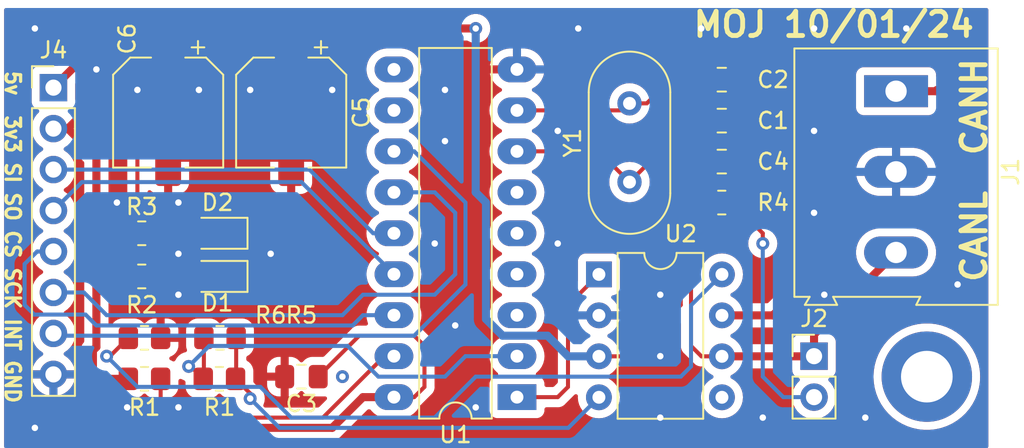
<source format=kicad_pcb>
(kicad_pcb (version 20221018) (generator pcbnew)
  (layers (0 "F.Cu" signal) (31 "B.Cu" signal) (34 "B.Paste" user) (35 "F.Paste" user) (36 "B.SilkS" user "B.Silkscreen") (37 "F.SilkS" user "F.Silkscreen") (38 "B.Mask" user) (39 "F.Mask" user) (44 "Edge.Cuts" user))
  (net 0 "")
  (net 1 "Net-(U1-OSC2)")
  (net 2 "GND")
  (net 3 "Net-(U1-OSC1)")
  (net 4 "VCC")
  (net 5 "VCCQ")
  (net 6 "Net-(D1-A)")
  (net 7 "Net-(D2-A)")
  (net 8 "Net-(J1-Pin_1)")
  (net 9 "Net-(J1-Pin_3)")
  (net 10 "Net-(J2-Pin_2)")
  (net 11 "Net-(J4-Pin_3)")
  (net 12 "Net-(J4-Pin_4)")
  (net 13 "Net-(J4-Pin_5)")
  (net 14 "Net-(J4-Pin_6)")
  (net 15 "/{slash}INT")
  (net 16 "Net-(U1-RXCAN)")
  (net 17 "Net-(U2-RXD)")
  (net 18 "Net-(U1-~{RESET})")
  (net 19 "Net-(U2-Rs)")
  (net 20 "Net-(U1-TXCAN)")
  (footprint "Connector_PinHeader_2.54mm:PinHeader_1x02_P2.54mm_Vertical" (layer "F.Cu") (at 161.925 111.76)
    (fp_text reference "J2" (at 0 -2.33) (layer "F.SilkS"))
    (fp_text value "Term")
    (fp_line (start -1.33 -1.33) (end 0 -1.33) (stroke (width 0.12)) (layer "F.SilkS"))
    (fp_line (start -1.33 0) (end -1.33 -1.33) (stroke (width 0.12)) (layer "F.SilkS"))
    (fp_line (start -1.33 1.27) (end -1.33 3.87) (stroke (width 0.12)) (layer "F.SilkS"))
    (fp_line (start -1.33 1.27) (end 1.33 1.27) (stroke (width 0.12)) (layer "F.SilkS"))
    (fp_line (start -1.33 3.87) (end 1.33 3.87) (stroke (width 0.12)) (layer "F.SilkS"))
    (fp_line (start 1.33 1.27) (end 1.33 3.87) (stroke (width 0.12)) (layer "F.SilkS"))
    (pad "1" thru_hole rect (at 0 0) (size 1.7 1.7) (drill 1) (layers "*.Cu" "*.Mask") (net 9 "Net-(J1-Pin_3)"))
    (pad "2" thru_hole oval (at 0 2.54) (size 1.7 1.7) (drill 1) (layers "*.Cu" "*.Mask") (net 10 "Net-(J2-Pin_2)"))
  )
  (footprint "Capacitor_SMD:C_0805_2012Metric_Pad1.18x1.45mm_HandSolder" (layer "F.Cu") (at 130.175 113.03 180)
    (fp_text reference "C3" (at 0 -1.68) (layer "F.SilkS"))
    (fp_text value "100n")
    (fp_line (start -0.261252 -0.735) (end 0.261252 -0.735) (stroke (width 0.12)) (layer "F.SilkS"))
    (fp_line (start -0.261252 0.735) (end 0.261252 0.735) (stroke (width 0.12)) (layer "F.SilkS"))
    (pad "1" smd roundrect (at -1.0375 0 180) (size 1.175 1.45) (layers "F.Cu" "F.Paste" "F.Mask") (roundrect_rratio 0.2127659574) (net 4 "VCC"))
    (pad "2" smd roundrect (at 1.0375 0 180) (size 1.175 1.45) (layers "F.Cu" "F.Paste" "F.Mask") (roundrect_rratio 0.2127659574) (net 2 "GND"))
  )
  (footprint "Resistor_SMD:R_0805_2012Metric_Pad1.20x1.40mm_HandSolder" (layer "F.Cu") (at 156.21 102.235)
    (fp_text reference "R4" (at 3.175 0) (layer "F.SilkS"))
    (fp_text value "120" hide)
    (fp_line (start -0.227064 -0.735) (end 0.227064 -0.735) (stroke (width 0.12)) (layer "F.SilkS"))
    (fp_line (start -0.227064 0.735) (end 0.227064 0.735) (stroke (width 0.12)) (layer "F.SilkS"))
    (pad "1" smd roundrect (at -1 0) (size 1.2 1.4) (layers "F.Cu" "F.Paste" "F.Mask") (roundrect_rratio 0.2083333333) (net 9 "Net-(J1-Pin_3)"))
    (pad "2" smd roundrect (at 1 0) (size 1.2 1.4) (layers "F.Cu" "F.Paste" "F.Mask") (roundrect_rratio 0.2083333333) (net 10 "Net-(J2-Pin_2)"))
  )
  (footprint "Crystal:Crystal_HC49-U_Vertical" (layer "F.Cu") (at 150.495 100.965 90)
    (fp_text reference "Y1" (at 2.44 -3.525 90) (layer "F.SilkS"))
    (fp_text value "20MHz")
    (fp_line (start -0.685 -2.525) (end 5.565 -2.525) (stroke (width 0.12)) (layer "F.SilkS"))
    (fp_line (start -0.685 2.525) (end 5.565 2.525) (stroke (width 0.12)) (layer "F.SilkS"))
    (fp_arc (start -0.685 2.525) (mid -3.21 0) (end -0.685 -2.525) (stroke (width 0.12)) (layer "F.SilkS"))
    (fp_arc (start 5.565 -2.525) (mid 8.09 0) (end 5.565 2.525) (stroke (width 0.12)) (layer "F.SilkS"))
    (pad "1" thru_hole circle (at 0 0 90) (size 1.5 1.5) (drill 0.8) (layers "*.Cu" "*.Mask") (net 1 "Net-(U1-OSC2)"))
    (pad "2" thru_hole circle (at 4.88 0 90) (size 1.5 1.5) (drill 0.8) (layers "*.Cu" "*.Mask") (net 3 "Net-(U1-OSC1)"))
  )
  (footprint "Resistor_SMD:R_0805_2012Metric_Pad1.20x1.40mm_HandSolder" (layer "F.Cu") (at 125.095 113.165)
    (fp_text reference "R1" (at 0 1.77) (layer "F.SilkS"))
    (fp_text value "R" hide)
    (fp_line (start -0.227064 -0.735) (end 0.227064 -0.735) (stroke (width 0.12)) (layer "F.SilkS"))
    (fp_line (start -0.227064 0.735) (end 0.227064 0.735) (stroke (width 0.12)) (layer "F.SilkS"))
    (pad "1" smd roundrect (at -1 0) (size 1.2 1.4) (layers "F.Cu" "F.Paste" "F.Mask") (roundrect_rratio 0.2083333333) (net 16 "Net-(U1-RXCAN)"))
    (pad "2" smd roundrect (at 1 0) (size 1.2 1.4) (layers "F.Cu" "F.Paste" "F.Mask") (roundrect_rratio 0.2083333333) (net 17 "Net-(U2-RXD)"))
  )
  (footprint "Package_DIP:DIP-8_W7.62mm" (layer "F.Cu") (at 148.6 106.69)
    (fp_text reference "U2" (at 5.07 -2.515) (layer "F.SilkS"))
    (fp_text value "MCP2551")
    (fp_line (start 1.16 -1.33) (end 1.16 8.95) (stroke (width 0.12)) (layer "F.SilkS"))
    (fp_line (start 1.16 8.95) (end 6.46 8.95) (stroke (width 0.12)) (layer "F.SilkS"))
    (fp_line (start 2.81 -1.33) (end 1.16 -1.33) (stroke (width 0.12)) (layer "F.SilkS"))
    (fp_line (start 6.46 -1.33) (end 4.81 -1.33) (stroke (width 0.12)) (layer "F.SilkS"))
    (fp_line (start 6.46 8.95) (end 6.46 -1.33) (stroke (width 0.12)) (layer "F.SilkS"))
    (fp_arc (start 4.81 -1.33) (mid 3.81 -0.33) (end 2.81 -1.33) (stroke (width 0.12)) (layer "F.SilkS"))
    (pad "1" thru_hole rect (at 0 0) (size 1.6 1.6) (drill 0.8) (layers "*.Cu" "*.Mask") (net 20 "Net-(U1-TXCAN)"))
    (pad "2" thru_hole oval (at 0 2.54) (size 1.6 1.6) (drill 0.8) (layers "*.Cu" "*.Mask") (net 2 "GND"))
    (pad "3" thru_hole oval (at 0 5.08) (size 1.6 1.6) (drill 0.8) (layers "*.Cu" "*.Mask") (net 5 "VCCQ"))
    (pad "4" thru_hole oval (at 0 7.62) (size 1.6 1.6) (drill 0.8) (layers "*.Cu" "*.Mask") (net 17 "Net-(U2-RXD)"))
    (pad "5" thru_hole oval (at 7.62 7.62) (size 1.6 1.6) (drill 0.8) (layers "*.Cu" "*.Mask"))
    (pad "6" thru_hole oval (at 7.62 5.08) (size 1.6 1.6) (drill 0.8) (layers "*.Cu" "*.Mask") (net 9 "Net-(J1-Pin_3)"))
    (pad "7" thru_hole oval (at 7.62 2.54) (size 1.6 1.6) (drill 0.8) (layers "*.Cu" "*.Mask") (net 8 "Net-(J1-Pin_1)"))
    (pad "8" thru_hole oval (at 7.62 0) (size 1.6 1.6) (drill 0.8) (layers "*.Cu" "*.Mask") (net 19 "Net-(U2-Rs)"))
  )
  (footprint "Resistor_SMD:R_0805_2012Metric_Pad1.20x1.40mm_HandSolder" (layer "F.Cu") (at 120.285 104.14)
    (fp_text reference "R3" (at 0 -1.65) (layer "F.SilkS"))
    (fp_text value "1k2" hide)
    (fp_line (start -0.227064 -0.735) (end 0.227064 -0.735) (stroke (width 0.12)) (layer "F.SilkS"))
    (fp_line (start -0.227064 0.735) (end 0.227064 0.735) (stroke (width 0.12)) (layer "F.SilkS"))
    (pad "1" smd roundrect (at -1 0) (size 1.2 1.4) (layers "F.Cu" "F.Paste" "F.Mask") (roundrect_rratio 0.2083333333) (net 5 "VCCQ"))
    (pad "2" smd roundrect (at 1 0) (size 1.2 1.4) (layers "F.Cu" "F.Paste" "F.Mask") (roundrect_rratio 0.2083333333) (net 7 "Net-(D2-A)"))
  )
  (footprint "Capacitor_SMD:C_0805_2012Metric_Pad1.18x1.45mm_HandSolder" (layer "F.Cu") (at 156.21 99.695)
    (fp_text reference "C4" (at 3.175 0) (layer "F.SilkS"))
    (fp_text value "100n" hide)
    (fp_line (start -0.261252 -0.735) (end 0.261252 -0.735) (stroke (width 0.12)) (layer "F.SilkS"))
    (fp_line (start -0.261252 0.735) (end 0.261252 0.735) (stroke (width 0.12)) (layer "F.SilkS"))
    (pad "1" smd roundrect (at -1.0375 0) (size 1.175 1.45) (layers "F.Cu" "F.Paste" "F.Mask") (roundrect_rratio 0.2127659574) (net 5 "VCCQ"))
    (pad "2" smd roundrect (at 1.0375 0) (size 1.175 1.45) (layers "F.Cu" "F.Paste" "F.Mask") (roundrect_rratio 0.2127659574) (net 2 "GND"))
  )
  (footprint "Resistor_SMD:R_0805_2012Metric_Pad1.20x1.40mm_HandSolder" (layer "F.Cu") (at 120.455 110.625)
    (fp_text reference "R6" (at 7.815 -1.405) (layer "F.SilkS"))
    (fp_text value "100" hide)
    (fp_line (start -0.227064 -0.735) (end 0.227064 -0.735) (stroke (width 0.12)) (layer "F.SilkS"))
    (fp_line (start -0.227064 0.735) (end 0.227064 0.735) (stroke (width 0.12)) (layer "F.SilkS"))
    (pad "1" smd roundrect (at -1 0) (size 1.2 1.4) (layers "F.Cu" "F.Paste" "F.Mask") (roundrect_rratio 0.2083333333) (net 19 "Net-(U2-Rs)"))
    (pad "2" smd roundrect (at 1 0) (size 1.2 1.4) (layers "F.Cu" "F.Paste" "F.Mask") (roundrect_rratio 0.2083333333) (net 2 "GND"))
  )
  (footprint "Resistor_SMD:R_0805_2012Metric_Pad1.20x1.40mm_HandSolder" (layer "F.Cu") (at 120.285 106.815)
    (fp_text reference "R2" (at 0 1.77) (layer "F.SilkS"))
    (fp_text value "820" hide)
    (fp_line (start -0.227064 -0.735) (end 0.227064 -0.735) (stroke (width 0.12)) (layer "F.SilkS"))
    (fp_line (start -0.227064 0.735) (end 0.227064 0.735) (stroke (width 0.12)) (layer "F.SilkS"))
    (pad "1" smd roundrect (at -1 0) (size 1.2 1.4) (layers "F.Cu" "F.Paste" "F.Mask") (roundrect_rratio 0.2083333333) (net 4 "VCC"))
    (pad "2" smd roundrect (at 1 0) (size 1.2 1.4) (layers "F.Cu" "F.Paste" "F.Mask") (roundrect_rratio 0.2083333333) (net 6 "Net-(D1-A)"))
  )
  (footprint "MountingHole:MountingHole_3.2mm_M3_DIN965_Pad" (layer "F.Cu") (at 168.91 113.03)
    (fp_text reference "REF**" hide)
    (fp_text value "MountingHole_3.2mm_M3_DIN965_Pad" hide)
    (pad "1" thru_hole circle (at 0 0) (size 5.6 5.6) (drill 3.2) (layers "*.Cu" "*.Mask"))
  )
  (footprint "Capacitor_SMD:CP_Elec_6.3x5.4" (layer "F.Cu") (at 129.54 96.655 -90)
    (fp_text reference "C5" (at 0 -4.35 90) (layer "F.SilkS"))
    (fp_text value "47u")
    (fp_line (start -4.4375 -1.8475) (end -3.65 -1.8475) (stroke (width 0.12)) (layer "F.SilkS"))
    (fp_line (start -4.04375 -2.24125) (end -4.04375 -1.45375) (stroke (width 0.12)) (layer "F.SilkS"))
    (fp_line (start -3.41 -2.345563) (end -3.41 -1.06) (stroke (width 0.12)) (layer "F.SilkS"))
    (fp_line (start -3.41 -2.345563) (end -2.345563 -3.41) (stroke (width 0.12)) (layer "F.SilkS"))
    (fp_line (start -3.41 2.345563) (end -3.41 1.06) (stroke (width 0.12)) (layer "F.SilkS"))
    (fp_line (start -3.41 2.345563) (end -2.345563 3.41) (stroke (width 0.12)) (layer "F.SilkS"))
    (fp_line (start -2.345563 -3.41) (end 3.41 -3.41) (stroke (width 0.12)) (layer "F.SilkS"))
    (fp_line (start -2.345563 3.41) (end 3.41 3.41) (stroke (width 0.12)) (layer "F.SilkS"))
    (fp_line (start 3.41 -3.41) (end 3.41 -1.06) (stroke (width 0.12)) (layer "F.SilkS"))
    (fp_line (start 3.41 3.41) (end 3.41 1.06) (stroke (width 0.12)) (layer "F.SilkS"))
    (pad "1" smd roundrect (at -2.8 0 270) (size 3.5 1.6) (layers "F.Cu" "F.Paste" "F.Mask") (roundrect_rratio 0.15625) (net 5 "VCCQ"))
    (pad "2" smd roundrect (at 2.8 0 270) (size 3.5 1.6) (layers "F.Cu" "F.Paste" "F.Mask") (roundrect_rratio 0.15625) (net 2 "GND"))
  )
  (footprint "LED_SMD:LED_0805_2012Metric_Pad1.15x1.40mm_HandSolder" (layer "F.Cu") (at 124.975 106.815 180)
    (fp_text reference "D1" (at 0 -1.65) (layer "F.SilkS"))
    (fp_text value "LED")
    (fp_line (start -1.86 -0.96) (end -1.86 0.96) (stroke (width 0.12)) (layer "F.SilkS"))
    (fp_line (start -1.86 0.96) (end 1 0.96) (stroke (width 0.12)) (layer "F.SilkS"))
    (fp_line (start 1 -0.96) (end -1.86 -0.96) (stroke (width 0.12)) (layer "F.SilkS"))
    (pad "1" smd roundrect (at -1.025 0 180) (size 1.15 1.4) (layers "F.Cu" "F.Paste" "F.Mask") (roundrect_rratio 0.2173913043) (net 2 "GND"))
    (pad "2" smd roundrect (at 1.025 0 180) (size 1.15 1.4) (layers "F.Cu" "F.Paste" "F.Mask") (roundrect_rratio 0.2173913043) (net 6 "Net-(D1-A)"))
  )
  (footprint "Capacitor_SMD:C_0805_2012Metric_Pad1.18x1.45mm_HandSolder" (layer "F.Cu") (at 156.21 94.615)
    (fp_text reference "C2" (at 3.175 0) (layer "F.SilkS"))
    (fp_text value "15p" hide)
    (fp_line (start -0.261252 -0.735) (end 0.261252 -0.735) (stroke (width 0.12)) (layer "F.SilkS"))
    (fp_line (start -0.261252 0.735) (end 0.261252 0.735) (stroke (width 0.12)) (layer "F.SilkS"))
    (pad "1" smd roundrect (at -1.0375 0) (size 1.175 1.45) (layers "F.Cu" "F.Paste" "F.Mask") (roundrect_rratio 0.2127659574) (net 3 "Net-(U1-OSC1)"))
    (pad "2" smd roundrect (at 1.0375 0) (size 1.175 1.45) (layers "F.Cu" "F.Paste" "F.Mask") (roundrect_rratio 0.2127659574) (net 2 "GND"))
  )
  (footprint "Resistor_SMD:R_0805_2012Metric_Pad1.20x1.40mm_HandSolder" (layer "F.Cu") (at 125.1325 110.625)
    (fp_text reference "R5" (at 5.0425 -1.405) (layer "F.SilkS"))
    (fp_text value "1k5")
    (fp_line (start -0.227064 -0.735) (end 0.227064 -0.735) (stroke (width 0.12)) (layer "F.SilkS"))
    (fp_line (start -0.227064 0.735) (end 0.227064 0.735) (stroke (width 0.12)) (layer "F.SilkS"))
    (pad "1" smd roundrect (at -1 0) (size 1.2 1.4) (layers "F.Cu" "F.Paste" "F.Mask") (roundrect_rratio 0.2083333333) (net 16 "Net-(U1-RXCAN)"))
    (pad "2" smd roundrect (at 1 0) (size 1.2 1.4) (layers "F.Cu" "F.Paste" "F.Mask") (roundrect_rratio 0.2083333333) (net 17 "Net-(U2-RXD)"))
  )
  (footprint "LED_SMD:LED_0805_2012Metric_Pad1.15x1.40mm_HandSolder" (layer "F.Cu") (at 124.975 104.14 180)
    (fp_text reference "D2" (at 0 1.905) (layer "F.SilkS"))
    (fp_text value "LED" hide)
    (fp_line (start -1.86 -0.96) (end -1.86 0.96) (stroke (width 0.12)) (layer "F.SilkS"))
    (fp_line (start -1.86 0.96) (end 1 0.96) (stroke (width 0.12)) (layer "F.SilkS"))
    (fp_line (start 1 -0.96) (end -1.86 -0.96) (stroke (width 0.12)) (layer "F.SilkS"))
    (pad "1" smd roundrect (at -1.025 0 180) (size 1.15 1.4) (layers "F.Cu" "F.Paste" "F.Mask") (roundrect_rratio 0.2173913043) (net 2 "GND"))
    (pad "2" smd roundrect (at 1.025 0 180) (size 1.15 1.4) (layers "F.Cu" "F.Paste" "F.Mask") (roundrect_rratio 0.2173913043) (net 7 "Net-(D2-A)"))
  )
  (footprint "Package_DIP:DIP-18_W7.62mm_LongPads" (layer "F.Cu") (at 143.525 114.3 180)
    (fp_text reference "U1" (at 3.81 -2.33 180) (layer "F.SilkS"))
    (fp_text value "MCP2515")
    (fp_line (start 1.56 -1.33) (end 1.56 21.65) (stroke (width 0.12)) (layer "F.SilkS"))
    (fp_line (start 1.56 21.65) (end 6.06 21.65) (stroke (width 0.12)) (layer "F.SilkS"))
    (fp_line (start 2.81 -1.33) (end 1.56 -1.33) (stroke (width 0.12)) (layer "F.SilkS"))
    (fp_line (start 6.06 -1.33) (end 4.81 -1.33) (stroke (width 0.12)) (layer "F.SilkS"))
    (fp_line (start 6.06 21.65) (end 6.06 -1.33) (stroke (width 0.12)) (layer "F.SilkS"))
    (fp_arc (start 4.81 -1.33) (mid 3.81 -0.33) (end 2.81 -1.33) (stroke (width 0.12)) (layer "F.SilkS"))
    (pad "1" thru_hole rect (at 0 0 180) (size 2.4 1.6) (drill 0.8) (layers "*.Cu" "*.Mask") (net 20 "Net-(U1-TXCAN)"))
    (pad "2" thru_hole oval (at 0 2.54 180) (size 2.4 1.6) (drill 0.8) (layers "*.Cu" "*.Mask") (net 16 "Net-(U1-RXCAN)"))
    (pad "3" thru_hole oval (at 0 5.08 180) (size 2.4 1.6) (drill 0.8) (layers "*.Cu" "*.Mask"))
    (pad "4" thru_hole oval (at 0 7.62 180) (size 2.4 1.6) (drill 0.8) (layers "*.Cu" "*.Mask"))
    (pad "5" thru_hole oval (at 0 10.16 180) (size 2.4 1.6) (drill 0.8) (layers "*.Cu" "*.Mask"))
    (pad "6" thru_hole oval (at 0 12.7 180) (size 2.4 1.6) (drill 0.8) (layers "*.Cu" "*.Mask"))
    (pad "7" thru_hole oval (at 0 15.24 180) (size 2.4 1.6) (drill 0.8) (layers "*.Cu" "*.Mask") (net 1 "Net-(U1-OSC2)"))
    (pad "8" thru_hole oval (at 0 17.78 180) (size 2.4 1.6) (drill 0.8) (layers "*.Cu" "*.Mask") (net 3 "Net-(U1-OSC1)"))
    (pad "9" thru_hole oval (at 0 20.32 180) (size 2.4 1.6) (drill 0.8) (layers "*.Cu" "*.Mask") (net 2 "GND"))
    (pad "10" thru_hole oval (at 7.62 20.32 180) (size 2.4 1.6) (drill 0.8) (layers "*.Cu" "*.Mask"))
    (pad "11" thru_hole oval (at 7.62 17.78 180) (size 2.4 1.6) (drill 0.8) (layers "*.Cu" "*.Mask"))
    (pad "12" thru_hole oval (at 7.62 15.24 180) (size 2.4 1.6) (drill 0.8) (layers "*.Cu" "*.Mask") (net 15 "/{slash}INT"))
    (pad "13" thru_hole oval (at 7.62 12.7 180) (size 2.4 1.6) (drill 0.8) (layers "*.Cu" "*.Mask") (net 14 "Net-(J4-Pin_6)"))
    (pad "14" thru_hole oval (at 7.62 10.16 180) (size 2.4 1.6) (drill 0.8) (layers "*.Cu" "*.Mask") (net 11 "Net-(J4-Pin_3)"))
    (pad "15" thru_hole oval (at 7.62 7.62 180) (size 2.4 1.6) (drill 0.8) (layers "*.Cu" "*.Mask") (net 12 "Net-(J4-Pin_4)"))
    (pad "16" thru_hole oval (at 7.62 5.08 180) (size 2.4 1.6) (drill 0.8) (layers "*.Cu" "*.Mask") (net 13 "Net-(J4-Pin_5)"))
    (pad "17" thru_hole oval (at 7.62 2.54 180) (size 2.4 1.6) (drill 0.8) (layers "*.Cu" "*.Mask") (net 18 "Net-(U1-~{RESET})"))
    (pad "18" thru_hole oval (at 7.62 0 180) (size 2.4 1.6) (drill 0.8) (layers "*.Cu" "*.Mask") (net 4 "VCC"))
  )
  (footprint "Capacitor_SMD:C_0805_2012Metric_Pad1.18x1.45mm_HandSolder" (layer "F.Cu") (at 156.21 97.155)
    (fp_text reference "C1" (at 3.175 0) (layer "F.SilkS"))
    (fp_text value "15p" hide)
    (fp_line (start -0.261252 -0.735) (end 0.261252 -0.735) (stroke (width 0.12)) (layer "F.SilkS"))
    (fp_line (start -0.261252 0.735) (end 0.261252 0.735) (stroke (width 0.12)) (layer "F.SilkS"))
    (pad "1" smd roundrect (at -1.0375 0) (size 1.175 1.45) (layers "F.Cu" "F.Paste" "F.Mask") (roundrect_rratio 0.2127659574) (net 1 "Net-(U1-OSC2)"))
    (pad "2" smd roundrect (at 1.0375 0) (size 1.175 1.45) (layers "F.Cu" "F.Paste" "F.Mask") (roundrect_rratio 0.2127659574) (net 2 "GND"))
  )
  (footprint "Resistor_SMD:R_0805_2012Metric_Pad1.20x1.40mm_HandSolder" (layer "F.Cu") (at 120.455 113.165)
    (fp_text reference "R1" (at 0 1.77) (layer "F.SilkS"))
    (fp_text value "10k" hide)
    (fp_line (start -0.227064 -0.735) (end 0.227064 -0.735) (stroke (width 0.12)) (layer "F.SilkS"))
    (fp_line (start -0.227064 0.735) (end 0.227064 0.735) (stroke (width 0.12)) (layer "F.SilkS"))
    (pad "1" smd roundrect (at -1 0) (size 1.2 1.4) (layers "F.Cu" "F.Paste" "F.Mask") (roundrect_rratio 0.2083333333) (net 4 "VCC"))
    (pad "2" smd roundrect (at 1 0) (size 1.2 1.4) (layers "F.Cu" "F.Paste" "F.Mask") (roundrect_rratio 0.2083333333) (net 18 "Net-(U1-~{RESET})"))
  )
  (footprint "TerminalBlock:TerminalBlock_Altech_AK300-3_P5.00mm" (layer "F.Cu") (at 167.005 95.33 -90)
    (fp_text reference "J1" (at 5 -7.1 90) (layer "F.SilkS"))
    (fp_text value "Screw_Terminal_01x03" hide)
    (fp_line (start -2.65 -6.3) (end -2.65 6.3) (stroke (width 0.12)) (layer "F.SilkS"))
    (fp_line (start -2.65 6.3) (end 12.75 6.3) (stroke (width 0.12)) (layer "F.SilkS"))
    (fp_line (start 12.75 -1.5) (end 13.25 -1.25) (stroke (width 0.12)) (layer "F.SilkS"))
    (fp_line (start 12.75 3.9) (end 12.75 -1.5) (stroke (width 0.12)) (layer "F.SilkS"))
    (fp_line (start 12.75 5.35) (end 13.25 5.65) (stroke (width 0.12)) (layer "F.SilkS"))
    (fp_line (start 12.75 6.3) (end 12.75 5.35) (stroke (width 0.12)) (layer "F.SilkS"))
    (fp_line (start 13.25 -6.3) (end -2.65 -6.3) (stroke (width 0.12)) (layer "F.SilkS"))
    (fp_line (start 13.25 -1.25) (end 13.25 -6.3) (stroke (width 0.12)) (layer "F.SilkS"))
    (fp_line (start 13.25 3.65) (end 12.75 3.9) (stroke (width 0.12)) (layer "F.SilkS"))
    (fp_line (start 13.25 5.65) (end 13.25 3.65) (stroke (width 0.12)) (layer "F.SilkS"))
    (pad "1" thru_hole rect (at 0 0 270) (size 1.98 3.96) (drill 1.32) (layers "*.Cu" "*.Mask") (net 8 "Net-(J1-Pin_1)"))
    (pad "2" thru_hole oval (at 5 0 270) (size 1.98 3.96) (drill 1.32) (layers "*.Cu" "*.Mask") (net 2 "GND"))
    (pad "3" thru_hole oval (at 10 0 270) (size 1.98 3.96) (drill 1.32) (layers "*.Cu" "*.Mask") (net 9 "Net-(J1-Pin_3)"))
  )
  (footprint "Capacitor_SMD:CP_Elec_6.3x5.4" (layer "F.Cu") (at 121.92 96.655 -90)
    (fp_text reference "C6" (at -4.58 2.54 90) (layer "F.SilkS"))
    (fp_text value "47u")
    (fp_line (start -4.4375 -1.8475) (end -3.65 -1.8475) (stroke (width 0.12)) (layer "F.SilkS"))
    (fp_line (start -4.04375 -2.24125) (end -4.04375 -1.45375) (stroke (width 0.12)) (layer "F.SilkS"))
    (fp_line (start -3.41 -2.345563) (end -3.41 -1.06) (stroke (width 0.12)) (layer "F.SilkS"))
    (fp_line (start -3.41 -2.345563) (end -2.345563 -3.41) (stroke (width 0.12)) (layer "F.SilkS"))
    (fp_line (start -3.41 2.345563) (end -3.41 1.06) (stroke (width 0.12)) (layer "F.SilkS"))
    (fp_line (start -3.41 2.345563) (end -2.345563 3.41) (stroke (width 0.12)) (layer "F.SilkS"))
    (fp_line (start -2.345563 -3.41) (end 3.41 -3.41) (stroke (width 0.12)) (layer "F.SilkS"))
    (fp_line (start -2.345563 3.41) (end 3.41 3.41) (stroke (width 0.12)) (layer "F.SilkS"))
    (fp_line (start 3.41 -3.41) (end 3.41 -1.06) (stroke (width 0.12)) (layer "F.SilkS"))
    (fp_line (start 3.41 3.41) (end 3.41 1.06) (stroke (width 0.12)) (layer "F.SilkS"))
    (pad "1" smd roundrect (at -2.8 0 270) (size 3.5 1.6) (layers "F.Cu" "F.Paste" "F.Mask") (roundrect_rratio 0.15625) (net 4 "VCC"))
    (pad "2" smd roundrect (at 2.8 0 270) (size 3.5 1.6) (layers "F.Cu" "F.Paste" "F.Mask") (roundrect_rratio 0.15625) (net 2 "GND"))
  )
  (footprint "Connector_PinHeader_2.54mm:PinHeader_1x08_P2.54mm_Vertical" (layer "F.Cu") (at 114.815 95.11)
    (fp_text reference "J4" (at 0 -2.33) (layer "F.SilkS"))
    (fp_text value "Conn_01x08_Pin" hide)
    (fp_line (start -1.33 -1.33) (end 0 -1.33) (stroke (width 0.12)) (layer "F.SilkS"))
    (fp_line (start -1.33 0) (end -1.33 -1.33) (stroke (width 0.12)) (layer "F.SilkS"))
    (fp_line (start -1.33 1.27) (end -1.33 19.11) (stroke (width 0.12)) (layer "F.SilkS"))
    (fp_line (start -1.33 1.27) (end 1.33 1.27) (stroke (width 0.12)) (layer "F.SilkS"))
    (fp_line (start -1.33 19.11) (end 1.33 19.11) (stroke (width 0.12)) (layer "F.SilkS"))
    (fp_line (start 1.33 1.27) (end 1.33 19.11) (stroke (width 0.12)) (layer "F.SilkS"))
    (pad "1" thru_hole rect (at 0 0) (size 1.7 1.7) (drill 1) (layers "*.Cu" "*.Mask") (net 5 "VCCQ"))
    (pad "2" thru_hole oval (at 0 2.54) (size 1.7 1.7) (drill 1) (layers "*.Cu" "*.Mask") (net 4 "VCC"))
    (pad "3" thru_hole oval (at 0 5.08) (size 1.7 1.7) (drill 1) (layers "*.Cu" "*.Mask") (net 11 "Net-(J4-Pin_3)"))
    (pad "4" thru_hole oval (at 0 7.62) (size 1.7 1.7) (drill 1) (layers "*.Cu" "*.Mask") (net 12 "Net-(J4-Pin_4)"))
    (pad "5" thru_hole oval (at 0 10.16) (size 1.7 1.7) (drill 1) (layers "*.Cu" "*.Mask") (net 13 "Net-(J4-Pin_5)"))
    (pad "6" thru_hole oval (at 0 12.7) (size 1.7 1.7) (drill 1) (layers "*.Cu" "*.Mask") (net 14 "Net-(J4-Pin_6)"))
    (pad "7" thru_hole oval (at 0 15.24) (size 1.7 1.7) (drill 1) (layers "*.Cu" "*.Mask") (net 15 "/{slash}INT"))
    (pad "8" thru_hole oval (at 0 17.78) (size 1.7 1.7) (drill 1) (layers "*.Cu" "*.Mask") (net 2 "GND"))
  )
  (gr_text "MOJ 10/01/24\n" (at 154.305 92.075) (layer "F.SilkS") (effects (font (size 1.5 1.5) (thickness 0.3) bold) (justify left bottom)))
  (gr_text "CANL  CANH\n" (at 172.72 107.315 90) (layer "F.SilkS") (effects (font (size 1.5 1.5) (thickness 0.3) bold) (justify left bottom)))
  (gr_text "5v  3v3 SI SO CS SCK INT GND" (at 111.76 93.98 270) (layer "F.SilkS") (effects (font (size 0.9 0.85) (thickness 0.2) bold) (justify left bottom)))
  (segment (start 154.305 97.155) (end 155.1725 97.155) (width 0.25) (layer "F.Cu") (net 1))
  (segment (start 148.59 99.06) (end 150.495 100.965) (width 0.25) (layer "F.Cu") (net 1))
  (segment (start 143.525 99.06) (end 148.59 99.06) (width 0.25) (layer "F.Cu") (net 1))
  (segment (start 150.495 100.965) (end 154.305 97.155) (width 0.25) (layer "F.Cu") (net 1))
  (via (at 132.08 95.25) (size 0.8) (drill 0.4) (layers "F.Cu" "B.Cu") (net 2))
  (via (at 138.43 104.775) (size 0.8) (drill 0.4) (layers "F.Cu" "B.Cu") (net 2))
  (via (at 113.665 91.44) (size 0.8) (drill 0.4) (layers "F.Cu" "B.Cu") (net 2))
  (via (at 128.27 105.41) (size 0.8) (drill 0.4) (layers "F.Cu" "B.Cu") (net 2))
  (via (at 161.925 91.44) (size 0.8) (drill 0.4) (layers "F.Cu" "B.Cu") (net 2))
  (via (at 118.745 102.235) (size 0.8) (drill 0.4) (layers "F.Cu" "B.Cu") (net 2))
  (via (at 146.05 97.79) (size 0.8) (drill 0.4) (layers "F.Cu" "B.Cu") (net 2))
  (via (at 120.015 95.25) (size 0.8) (drill 0.4) (layers "F.Cu" "B.Cu") (net 2))
  (via (at 123.825 95.25) (size 0.8) (drill 0.4) (layers "F.Cu" "B.Cu") (net 2))
  (via (at 147.32 91.44) (size 0.8) (drill 0.4) (layers "F.Cu" "B.Cu") (net 2))
  (via (at 170.815 107.315) (size 0.8) (drill 0.4) (layers "F.Cu" "B.Cu") (net 2))
  (via (at 154.94 91.44) (size 0.8) (drill 0.4) (layers "F.Cu" "B.Cu") (net 2))
  (via (at 139.065 95.25) (size 0.8) (drill 0.4) (layers "F.Cu" "B.Cu") (net 2))
  (via (at 152.4 115.57) (size 0.8) (drill 0.4) (layers "F.Cu" "B.Cu") (net 2))
  (via (at 132.715 113.03) (size 0.8) (drill 0.4) (layers "F.Cu" "B.Cu") (net 2))
  (via (at 161.925 97.79) (size 0.8) (drill 0.4) (layers "F.Cu" "B.Cu") (net 2))
  (via (at 152.4 111.76) (size 0.8) (drill 0.4) (layers "F.Cu" "B.Cu") (net 2))
  (via (at 122.555 107.95) (size 0.8) (drill 0.4) (layers "F.Cu" "B.Cu") (net 2))
  (via (at 158.75 115.57) (size 0.8) (drill 0.4) (layers "F.Cu" "B.Cu") (net 2))
  (via (at 161.925 102.87) (size 0.8) (drill 0.4) (layers "F.Cu" "B.Cu") (net 2))
  (via (at 165.1 115.57) (size 0.8) (drill 0.4) (layers "F.Cu" "B.Cu") (net 2))
  (via (at 127 95.25) (size 0.8) (drill 0.4) (layers "F.Cu" "B.Cu") (net 2))
  (via (at 139.065 98.425) (size 0.8) (drill 0.4) (layers "F.Cu" "B.Cu") (net 2))
  (via (at 139.7 109.855) (size 0.8) (drill 0.4) (layers "F.Cu" "B.Cu") (net 2))
  (via (at 146.05 104.775) (size 0.8) (drill 0.4) (layers "F.Cu" "B.Cu") (net 2))
  (via (at 167.64 91.44) (size 0.8) (drill 0.4) (layers "F.Cu" "B.Cu") (net 2))
  (via (at 113.665 116.205) (size 0.8) (drill 0.4) (layers "F.Cu" "B.Cu") (net 2))
  (via (at 122.555 105.41) (size 0.8) (drill 0.4) (layers "F.Cu" "B.Cu") (net 2))
  (via (at 117.475 93.98) (size 0.8) (drill 0.4) (layers "F.Cu" "B.Cu") (net 2))
  (via (at 119.38 114.935) (size 0.8) (drill 0.4) (layers "F.Cu" "B.Cu") (net 2))
  (via (at 140.97 114.935) (size 0.8) (drill 0.4) (layers "F.Cu" "B.Cu") (net 2))
  (via (at 152.4 107.95) (size 0.8) (drill 0.4) (layers "F.Cu" "B.Cu") (net 2))
  (via (at 122.555 102.235) (size 0.8) (drill 0.4) (layers "F.Cu" "B.Cu") (net 2))
  (via (at 162.56 107.95) (size 0.8) (drill 0.4) (layers "F.Cu" "B.Cu") (net 2))
  (via (at 122.555 114.935) (size 0.8) (drill 0.4) (layers "F.Cu" "B.Cu") (net 2))
  (segment (start 150.495 96.085) (end 151.565 96.085) (width 0.25) (layer "F.Cu") (net 3))
  (segment (start 143.525 96.52) (end 150.06 96.52) (width 0.25) (layer "F.Cu") (net 3))
  (segment (start 153.035 94.615) (end 155.1725 94.615) (width 0.25) (layer "F.Cu") (net 3))
  (segment (start 150.06 96.52) (end 150.495 96.085) (width 0.25) (layer "F.Cu") (net 3))
  (segment (start 151.565 96.085) (end 153.035 94.615) (width 0.25) (layer "F.Cu") (net 3))
  (segment (start 117.475 114.935) (end 117.475 113.03) (width 0.5) (layer "F.Cu") (net 4))
  (segment (start 135.905 114.3) (end 133.985 114.3) (width 0.5) (layer "F.Cu") (net 4))
  (segment (start 117.26 111.407918) (end 117.475 111.192918) (width 0.5) (layer "F.Cu") (net 4))
  (segment (start 117.61 106.815) (end 119.285 106.815) (width 0.5) (layer "F.Cu") (net 4))
  (segment (start 137.16 114.3) (end 135.905 114.3) (width 0.25) (layer "F.Cu") (net 4))
  (segment (start 115.71 97.65) (end 119.505 93.855) (width 0.5) (layer "F.Cu") (net 4))
  (segment (start 117.26 112.815) (end 117.26 111.407918) (width 0.5) (layer "F.Cu") (net 4))
  (segment (start 117.475 106.68) (end 117.61 106.815) (width 0.5) (layer "F.Cu") (net 4))
  (segment (start 137.795 113.665) (end 137.16 114.3) (width 0.25) (layer "F.Cu") (net 4))
  (segment (start 132.08 116.205) (end 118.745 116.205) (width 0.5) (layer "F.Cu") (net 4))
  (segment (start 117.475 99.415) (end 115.71 97.65) (width 0.5) (layer "F.Cu") (net 4))
  (segment (start 117.475 113.03) (end 117.26 112.815) (width 0.5) (layer "F.Cu") (net 4))
  (segment (start 119.505 93.855) (end 121.92 93.855) (width 0.5) (layer "F.Cu") (net 4))
  (segment (start 114.815 97.65) (end 115.71 97.65) (width 0.5) (layer "F.Cu") (net 4))
  (segment (start 117.61 113.165) (end 119.455 113.165) (width 0.5) (layer "F.Cu") (net 4))
  (segment (start 137.16 110.49) (end 137.795 111.125) (width 0.25) (layer "F.Cu") (net 4))
  (segment (start 118.745 116.205) (end 117.475 114.935) (width 0.5) (layer "F.Cu") (net 4))
  (segment (start 133.985 114.3) (end 132.08 116.205) (width 0.5) (layer "F.Cu") (net 4))
  (segment (start 133.7525 110.49) (end 137.16 110.49) (width 0.25) (layer "F.Cu") (net 4))
  (segment (start 137.795 111.125) (end 137.795 113.665) (width 0.25) (layer "F.Cu") (net 4))
  (segment (start 117.475 111.192918) (end 117.475 106.68) (width 0.5) (layer "F.Cu") (net 4))
  (segment (start 117.475 106.68) (end 117.475 99.415) (width 0.5) (layer "F.Cu") (net 4))
  (segment (start 117.475 113.03) (end 117.61 113.165) (width 0.5) (layer "F.Cu") (net 4))
  (segment (start 131.2125 113.03) (end 133.7525 110.49) (width 0.25) (layer "F.Cu") (net 4))
  (segment (start 118.27 91.655) (end 125.73 91.655) (width 0.5) (layer "F.Cu") (net 5))
  (segment (start 125.095 96.52) (end 125.73 95.885) (width 0.25) (layer "F.Cu") (net 5))
  (segment (start 129.54 92.075) (end 130.175 91.44) (width 0.5) (layer "F.Cu") (net 5))
  (segment (start 130.175 91.44) (end 140.97 91.44) (width 0.5) (layer "F.Cu") (net 5))
  (segment (start 129.54 92.075) (end 129.54 93.855) (width 0.5) (layer "F.Cu") (net 5))
  (segment (start 155.1725 99.695) (end 153.67 101.1975) (width 0.25) (layer "F.Cu") (net 5))
  (segment (start 119.285 104.14) (end 120.015 103.41) (width 0.25) (layer "F.Cu") (net 5))
  (segment (start 125.73 91.655) (end 129.12 91.655) (width 0.5) (layer "F.Cu") (net 5))
  (segment (start 121.285 96.52) (end 125.095 96.52) (width 0.25) (layer "F.Cu") (net 5))
  (segment (start 120.015 103.41) (end 120.015 97.79) (width 0.25) (layer "F.Cu") (net 5))
  (segment (start 150.485 111.77) (end 148.6 111.77) (width 0.25) (layer "F.Cu") (net 5))
  (segment (start 120.015 97.79) (end 121.285 96.52) (width 0.25) (layer "F.Cu") (net 5))
  (segment (start 153.67 101.1975) (end 153.67 108.585) (width 0.25) (layer "F.Cu") (net 5))
  (segment (start 125.73 95.885) (end 125.73 91.655) (width 0.25) (layer "F.Cu") (net 5))
  (segment (start 114.815 95.11) (end 118.27 91.655) (width 0.5) (layer "F.Cu") (net 5))
  (segment (start 129.12 91.655) (end 129.54 92.075) (width 0.5) (layer "F.Cu") (net 5))
  (segment (start 153.67 108.585) (end 150.485 111.77) (width 0.25) (layer "F.Cu") (net 5))
  (via (at 140.97 91.44) (size 0.8) (drill 0.4) (layers "F.Cu" "B.Cu") (net 5))
  (segment (start 140.97 91.44) (end 140.97 101.6) (width 0.5) (layer "B.Cu") (net 5))
  (segment (start 140.97 101.6) (end 141.605 102.235) (width 0.5) (layer "B.Cu") (net 5))
  (segment (start 141.605 109.460654) (end 142.634346 110.49) (width 0.5) (layer "B.Cu") (net 5))
  (segment (start 142.634346 110.49) (end 145.415 110.49) (width 0.5) (layer "B.Cu") (net 5))
  (segment (start 146.695 111.77) (end 148.6 111.77) (width 0.5) (layer "B.Cu") (net 5))
  (segment (start 145.415 110.49) (end 146.695 111.77) (width 0.5) (layer "B.Cu") (net 5))
  (segment (start 141.605 102.235) (end 141.605 109.460654) (width 0.5) (layer "B.Cu") (net 5))
  (segment (start 121.285 106.815) (end 123.95 106.815) (width 0.25) (layer "F.Cu") (net 6))
  (segment (start 121.285 104.14) (end 123.95 104.14) (width 0.25) (layer "F.Cu") (net 7))
  (segment (start 168.91 102.87) (end 170.18 101.6) (width 0.5) (layer "F.Cu") (net 8))
  (segment (start 170.18 101.6) (end 170.18 95.885) (width 0.5) (layer "F.Cu") (net 8))
  (segment (start 169.545 95.25) (end 169.465 95.33) (width 0.5) (layer "F.Cu") (net 8))
  (segment (start 169.465 95.33) (end 167.005 95.33) (width 0.5) (layer "F.Cu") (net 8))
  (segment (start 159.375 109.23) (end 163.195 105.41) (width 0.5) (layer "F.Cu") (net 8))
  (segment (start 163.195 105.41) (end 163.195 103.505) (width 0.5) (layer "F.Cu") (net 8))
  (segment (start 170.18 95.885) (end 169.545 95.25) (width 0.5) (layer "F.Cu") (net 8))
  (segment (start 163.83 102.87) (end 168.91 102.87) (width 0.5) (layer "F.Cu") (net 8))
  (segment (start 163.195 103.505) (end 163.83 102.87) (width 0.5) (layer "F.Cu") (net 8))
  (segment (start 156.22 109.23) (end 159.375 109.23) (width 0.5) (layer "F.Cu") (net 8))
  (segment (start 154.305 103.505) (end 154.305 111.125) (width 0.25) (layer "F.Cu") (net 9))
  (segment (start 154.95 111.77) (end 156.22 111.77) (width 0.25) (layer "F.Cu") (net 9))
  (segment (start 154.305 111.125) (end 154.95 111.77) (width 0.25) (layer "F.Cu") (net 9))
  (segment (start 167.005 105.33) (end 161.925 110.41) (width 0.5) (layer "F.Cu") (net 9))
  (segment (start 161.925 110.41) (end 161.925 111.76) (width 0.5) (layer "F.Cu") (net 9))
  (segment (start 161.915 111.77) (end 161.925 111.76) (width 0.25) (layer "F.Cu") (net 9))
  (segment (start 155.21 102.235) (end 155.21 102.6) (width 0.25) (layer "F.Cu") (net 9))
  (segment (start 155.21 102.6) (end 154.305 103.505) (width 0.25) (layer "F.Cu") (net 9))
  (segment (start 156.22 111.77) (end 161.915 111.77) (width 0.5) (layer "F.Cu") (net 9))
  (segment (start 157.21 102.6) (end 158.75 104.14) (width 0.25) (layer "F.Cu") (net 10))
  (segment (start 157.21 102.235) (end 157.21 102.6) (width 0.25) (layer "F.Cu") (net 10))
  (segment (start 158.75 104.14) (end 158.75 104.775) (width 0.25) (layer "F.Cu") (net 10))
  (via (at 158.75 104.775) (size 0.8) (drill 0.4) (layers "F.Cu" "B.Cu") (net 10))
  (segment (start 158.75 113.03) (end 160.02 114.3) (width 0.25) (layer "B.Cu") (net 10))
  (segment (start 160.02 114.3) (end 161.925 114.3) (width 0.25) (layer "B.Cu") (net 10))
  (segment (start 158.75 104.775) (end 158.75 113.03) (width 0.25) (layer "B.Cu") (net 10))
  (segment (start 135.905 104.14) (end 134.62 104.14) (width 0.25) (layer "B.Cu") (net 11))
  (segment (start 134.62 104.14) (end 130.67 100.19) (width 0.25) (layer "B.Cu") (net 11))
  (segment (start 130.67 100.19) (end 114.815 100.19) (width 0.25) (layer "B.Cu") (net 11))
  (segment (start 133.35 104.14) (end 133.365 104.14) (width 0.25) (layer "B.Cu") (net 12))
  (segment (start 133.365 104.14) (end 135.905 106.68) (width 0.25) (layer "B.Cu") (net 12))
  (segment (start 130.175 100.965) (end 133.35 104.14) (width 0.25) (layer "B.Cu") (net 12))
  (segment (start 114.815 102.73) (end 116.58 100.965) (width 0.25) (layer "B.Cu") (net 12))
  (segment (start 116.58 100.965) (end 130.175 100.965) (width 0.25) (layer "B.Cu") (net 12))
  (segment (start 113.805 105.27) (end 114.815 105.27) (width 0.25) (layer "B.Cu") (net 13))
  (segment (start 116.799656 109.179656) (end 113.624656 109.179656) (width 0.25) (layer "B.Cu") (net 13))
  (segment (start 117.475 109.855) (end 116.799656 109.179656) (width 0.25) (layer "B.Cu") (net 13))
  (segment (start 133.985 109.22) (end 133.35 109.855) (width 0.25) (layer "B.Cu") (net 13))
  (segment (start 135.905 109.22) (end 133.985 109.22) (width 0.25) (layer "B.Cu") (net 13))
  (segment (start 113.03 108.585) (end 113.03 106.045) (width 0.25) (layer "B.Cu") (net 13))
  (segment (start 113.624656 109.179656) (end 113.03 108.585) (width 0.25) (layer "B.Cu") (net 13))
  (segment (start 113.03 106.045) (end 113.805 105.27) (width 0.25) (layer "B.Cu") (net 13))
  (segment (start 133.35 109.855) (end 117.475 109.855) (width 0.25) (layer "B.Cu") (net 13))
  (segment (start 138.43 101.6) (end 135.905 101.6) (width 0.25) (layer "B.Cu") (net 14))
  (segment (start 116.7 107.81) (end 118.11 109.22) (width 0.25) (layer "B.Cu") (net 14))
  (segment (start 132.715 109.22) (end 133.985 107.95) (width 0.25) (layer "B.Cu") (net 14))
  (segment (start 139.7 106.68) (end 139.7 102.87) (width 0.25) (layer "B.Cu") (net 14))
  (segment (start 114.815 107.81) (end 116.7 107.81) (width 0.25) (layer "B.Cu") (net 14))
  (segment (start 139.7 102.87) (end 138.43 101.6) (width 0.25) (layer "B.Cu") (net 14))
  (segment (start 133.985 107.95) (end 138.43 107.95) (width 0.25) (layer "B.Cu") (net 14))
  (segment (start 138.43 107.95) (end 139.7 106.68) (width 0.25) (layer "B.Cu") (net 14))
  (segment (start 118.11 109.22) (end 132.715 109.22) (width 0.25) (layer "B.Cu") (net 14))
  (segment (start 137.16 99.06) (end 135.905 99.06) (width 0.25) (layer "B.Cu") (net 15))
  (segment (start 140.335 107.315) (end 140.335 102.235) (width 0.25) (layer "B.Cu") (net 15))
  (segment (start 114.815 110.35) (end 114.955 110.49) (width 0.25) (layer "B.Cu") (net 15))
  (segment (start 140.335 102.235) (end 137.16 99.06) (width 0.25) (layer "B.Cu") (net 15))
  (segment (start 137.16 110.49) (end 140.335 107.315) (width 0.25) (layer "B.Cu") (net 15))
  (segment (start 114.955 110.49) (end 137.16 110.49) (width 0.25) (layer "B.Cu") (net 15))
  (segment (start 123.325 112.395) (end 124.095 113.165) (width 0.25) (layer "F.Cu") (net 16))
  (segment (start 124.1325 113.1275) (end 124.095 113.165) (width 0.25) (layer "F.Cu") (net 16))
  (segment (start 124.1325 110.625) (end 124.1325 113.1275) (width 0.25) (layer "F.Cu") (net 16))
  (segment (start 123.19 112.395) (end 123.325 112.395) (width 0.25) (layer "F.Cu") (net 16))
  (via (at 123.19 112.395) (size 0.8) (drill 0.4) (layers "F.Cu" "B.Cu") (net 16))
  (segment (start 139.065 113.03) (end 140.335 111.76) (width 0.25) (layer "B.Cu") (net 16))
  (segment (start 124.46 111.125) (end 133.0325 111.125) (width 0.25) (layer "B.Cu") (net 16))
  (segment (start 123.19 112.395) (end 124.46 111.125) (width 0.25) (layer "B.Cu") (net 16))
  (segment (start 140.335 111.76) (end 143.525 111.76) (width 0.25) (layer "B.Cu") (net 16))
  (segment (start 133.0325 111.125) (end 134.9375 113.03) (width 0.25) (layer "B.Cu") (net 16))
  (segment (start 134.9375 113.03) (end 139.065 113.03) (width 0.25) (layer "B.Cu") (net 16))
  (segment (start 127 114.07) (end 126.095 113.165) (width 0.25) (layer "F.Cu") (net 17))
  (segment (start 126.1325 110.625) (end 126.1325 113.1275) (width 0.25) (layer "F.Cu") (net 17))
  (segment (start 127 114.3895) (end 127 114.07) (width 0.25) (layer "F.Cu") (net 17))
  (segment (start 126.1325 113.1275) (end 126.095 113.165) (width 0.25) (layer "F.Cu") (net 17))
  (via (at 127 114.3895) (size 0.8) (drill 0.4) (layers "F.Cu" "B.Cu") (net 17))
  (segment (start 127 114.3895) (end 128.8155 116.205) (width 0.25) (layer "B.Cu") (net 17))
  (segment (start 128.8155 116.205) (end 146.705 116.205) (width 0.25) (layer "B.Cu") (net 17))
  (segment (start 146.705 116.205) (end 148.6 114.31) (width 0.25) (layer "B.Cu") (net 17))
  (segment (start 131.506587 115.57) (end 135.316587 111.76) (width 0.25) (layer "F.Cu") (net 18))
  (segment (start 121.455 113.165) (end 121.455 115.105) (width 0.25) (layer "F.Cu") (net 18))
  (segment (start 135.316587 111.76) (end 135.905 111.76) (width 0.25) (layer "F.Cu") (net 18))
  (segment (start 121.455 115.105) (end 121.92 115.57) (width 0.25) (layer "F.Cu") (net 18))
  (segment (start 121.92 115.57) (end 131.506587 115.57) (width 0.25) (layer "F.Cu") (net 18))
  (segment (start 118.32 111.76) (end 119.455 110.625) (width 0.25) (layer "F.Cu") (net 19))
  (segment (start 118.11 111.76) (end 118.32 111.76) (width 0.25) (layer "F.Cu") (net 19))
  (via (at 118.11 111.76) (size 0.8) (drill 0.4) (layers "F.Cu" "B.Cu") (net 19))
  (segment (start 154.305 112.395) (end 153.67 113.03) (width 0.25) (layer "B.Cu") (net 19))
  (segment (start 140.97 113.03) (end 138.43 115.57) (width 0.25) (layer "B.Cu") (net 19))
  (segment (start 138.43 115.57) (end 129.54 115.57) (width 0.25) (layer "B.Cu") (net 19))
  (segment (start 129.54 115.57) (end 127.635 113.665) (width 0.25) (layer "B.Cu") (net 19))
  (segment (start 154.305 108.605) (end 154.305 112.395) (width 0.25) (layer "B.Cu") (net 19))
  (segment (start 153.67 113.03) (end 140.97 113.03) (width 0.25) (layer "B.Cu") (net 19))
  (segment (start 156.22 106.69) (end 154.305 108.605) (width 0.25) (layer "B.Cu") (net 19))
  (segment (start 120.015 113.665) (end 118.11 111.76) (width 0.25) (layer "B.Cu") (net 19))
  (segment (start 127.635 113.665) (end 120.015 113.665) (width 0.25) (layer "B.Cu") (net 19))
  (segment (start 148.6 106.69) (end 146.685 108.605) (width 0.25) (layer "F.Cu") (net 20))
  (segment (start 146.05 114.3) (end 143.525 114.3) (width 0.25) (layer "F.Cu") (net 20))
  (segment (start 146.685 108.605) (end 146.685 113.665) (width 0.25) (layer "F.Cu") (net 20))
  (segment (start 146.685 113.665) (end 146.05 114.3) (width 0.25) (layer "F.Cu") (net 20))
  (zone (net 2) (net_name "GND") (layers "F&B.Cu") (connect_pads (clearance 0.5)) (min_thickness 0.25) (fill yes (thermal_gap 0.5) (thermal_bridge_width 0.5))
    (polygon (pts (xy 172.72 117.475) (xy 172.72 90.17) (xy 111.76 90.17) (xy 111.76 117.475)))
  )
)
</source>
